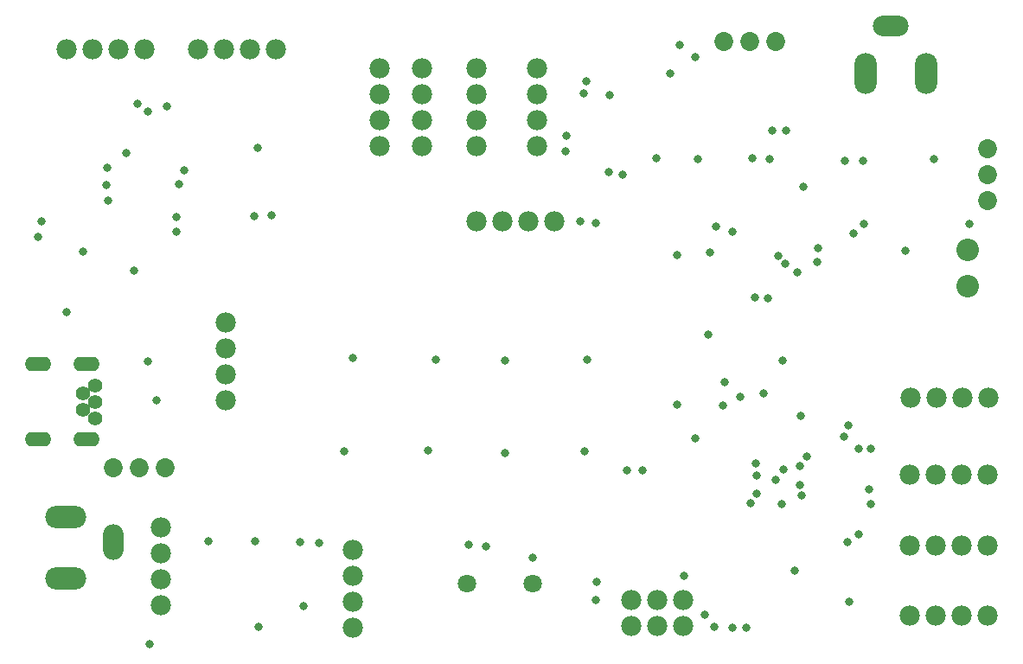
<source format=gbs>
G04*
G04 #@! TF.GenerationSoftware,Altium Limited,Altium Designer,23.1.1 (15)*
G04*
G04 Layer_Color=16711935*
%FSLAX44Y44*%
%MOMM*%
G71*
G04*
G04 #@! TF.SameCoordinates,32E53F4C-9CDF-4151-867A-B185B0D7BA91*
G04*
G04*
G04 #@! TF.FilePolarity,Negative*
G04*
G01*
G75*
%ADD50O,2.6032X1.4032*%
%ADD51C,1.4032*%
%ADD52C,1.9812*%
%ADD53O,2.0032X3.5032*%
%ADD54O,4.0032X2.2032*%
%ADD55C,1.8032*%
%ADD56C,1.8532*%
%ADD57O,2.2032X4.0032*%
%ADD58O,3.5032X2.0032*%
%ADD59C,2.2032*%
%ADD60C,0.8382*%
D50*
X25082Y292470D02*
D03*
X72582D02*
D03*
Y218070D02*
D03*
X25082D02*
D03*
D51*
X81599Y239071D02*
D03*
Y255071D02*
D03*
X69562Y247072D02*
D03*
Y263072D02*
D03*
X81599Y271070D02*
D03*
D52*
X232664Y600202D02*
D03*
X258064D02*
D03*
X181864D02*
D03*
X207264D02*
D03*
X359918Y530860D02*
D03*
Y505460D02*
D03*
Y581660D02*
D03*
Y556260D02*
D03*
X401320D02*
D03*
Y581660D02*
D03*
Y505460D02*
D03*
Y530860D02*
D03*
X454660Y556260D02*
D03*
Y581660D02*
D03*
Y505460D02*
D03*
Y530860D02*
D03*
X513588Y556260D02*
D03*
Y581660D02*
D03*
Y505460D02*
D03*
Y530860D02*
D03*
X104394Y600202D02*
D03*
X129794D02*
D03*
X53594D02*
D03*
X78994D02*
D03*
X334010Y59690D02*
D03*
Y34290D02*
D03*
Y110490D02*
D03*
Y85090D02*
D03*
X505460Y431800D02*
D03*
X530860D02*
D03*
X454660D02*
D03*
X480060D02*
D03*
X146050Y81280D02*
D03*
Y55880D02*
D03*
Y132080D02*
D03*
Y106680D02*
D03*
X904240Y45720D02*
D03*
X878840D02*
D03*
X955040D02*
D03*
X929640D02*
D03*
X905510Y259080D02*
D03*
X880110D02*
D03*
X956310D02*
D03*
X930910D02*
D03*
X209550Y281940D02*
D03*
Y256540D02*
D03*
Y332740D02*
D03*
Y307340D02*
D03*
X657352Y61214D02*
D03*
Y35814D02*
D03*
X631952Y61214D02*
D03*
Y35814D02*
D03*
X606552Y61214D02*
D03*
Y35814D02*
D03*
X904240Y114300D02*
D03*
X878840D02*
D03*
X955040D02*
D03*
X929640D02*
D03*
X904240Y184150D02*
D03*
X878840D02*
D03*
X955040D02*
D03*
X929640D02*
D03*
D53*
X99215Y117494D02*
D03*
D54*
X52715Y82494D02*
D03*
Y142494D02*
D03*
D55*
X510020Y76708D02*
D03*
X445020D02*
D03*
D56*
X955040Y452120D02*
D03*
Y477520D02*
D03*
Y502920D02*
D03*
X99060Y190500D02*
D03*
X124460D02*
D03*
X149860D02*
D03*
X748030Y608330D02*
D03*
X722630D02*
D03*
X697230D02*
D03*
D57*
X835350Y576580D02*
D03*
X895350D02*
D03*
D58*
X860350Y623080D02*
D03*
D59*
X935990Y368580D02*
D03*
Y403580D02*
D03*
D60*
X840740Y154940D02*
D03*
X937260Y429260D02*
D03*
X829310Y209550D02*
D03*
X819150Y232410D02*
D03*
X778410Y201752D02*
D03*
X773430Y163830D02*
D03*
X755650Y189230D02*
D03*
X772160Y241300D02*
D03*
X754380Y295910D02*
D03*
X748030Y179070D02*
D03*
X753988Y155163D02*
D03*
X562610Y568960D02*
D03*
X654050Y604520D02*
D03*
X542290Y500380D02*
D03*
X598170Y477520D02*
D03*
X571500Y430530D02*
D03*
X689610Y426720D02*
D03*
X741680Y492760D02*
D03*
X744220Y520700D02*
D03*
X833120Y491490D02*
D03*
X834390Y429260D02*
D03*
X740410Y356870D02*
D03*
X617220Y187960D02*
D03*
X728980Y182880D02*
D03*
Y165100D02*
D03*
X829310Y125730D02*
D03*
X678180Y46990D02*
D03*
X718820Y34290D02*
D03*
X572770Y78740D02*
D03*
X447040Y115570D02*
D03*
X300990Y116840D02*
D03*
X237490Y436880D02*
D03*
X161290Y421640D02*
D03*
X25400Y416560D02*
D03*
X92710Y467360D02*
D03*
X168148Y481838D02*
D03*
X163830Y468630D02*
D03*
X123190Y547370D02*
D03*
X560578Y206248D02*
D03*
X414782Y296672D02*
D03*
X325374Y206756D02*
D03*
X282194Y117856D02*
D03*
X133350Y539750D02*
D03*
X151337Y544867D02*
D03*
X111760Y499110D02*
D03*
X93345Y483997D02*
D03*
X141351Y256540D02*
D03*
X119380Y383540D02*
D03*
X29210Y431800D02*
D03*
X69850Y402590D02*
D03*
X133350Y294640D02*
D03*
X556260Y431800D02*
D03*
X53340Y342900D02*
D03*
X134366Y18034D02*
D03*
X788527Y391779D02*
D03*
X823976Y420370D02*
D03*
X789432Y405892D02*
D03*
X815086Y491236D02*
D03*
X774954Y465328D02*
D03*
X584708Y555752D02*
D03*
X559816Y557022D02*
D03*
X750570Y398272D02*
D03*
X725170Y493522D02*
D03*
X630428Y493268D02*
D03*
X542544Y515366D02*
D03*
X584200Y480060D02*
D03*
X240284Y504190D02*
D03*
X771398Y173990D02*
D03*
X771219Y192024D02*
D03*
X814832Y221234D02*
D03*
X713232Y260096D02*
D03*
X695960Y251460D02*
D03*
X735422Y263779D02*
D03*
X727456Y357124D02*
D03*
X683324Y401511D02*
D03*
X874395Y403098D02*
D03*
X697738Y274652D02*
D03*
X766064Y90170D02*
D03*
X668782Y219710D02*
D03*
X728218Y194818D02*
D03*
X840994Y209550D02*
D03*
X602234Y187706D02*
D03*
X571500Y60960D02*
D03*
X705612Y34036D02*
D03*
X687324Y35052D02*
D03*
X838962Y169418D02*
D03*
X817880Y117856D02*
D03*
X722884Y155702D02*
D03*
X464312Y113792D02*
D03*
X161036Y436118D02*
D03*
X757428Y520954D02*
D03*
X768604Y382016D02*
D03*
X756782Y390312D02*
D03*
X705104Y421386D02*
D03*
X668528Y592328D02*
D03*
X253746Y437642D02*
D03*
X644144Y576326D02*
D03*
X241300Y35052D02*
D03*
X563118Y296672D02*
D03*
X509778Y102870D02*
D03*
X93726Y452120D02*
D03*
X657860Y84836D02*
D03*
X334010Y298196D02*
D03*
X285496Y55372D02*
D03*
X238252Y118618D02*
D03*
X192278Y118364D02*
D03*
X902970Y492506D02*
D03*
X671576Y492760D02*
D03*
X651256Y398526D02*
D03*
X681990Y320548D02*
D03*
X819658Y58928D02*
D03*
X651002Y252730D02*
D03*
X482346Y204978D02*
D03*
X407416Y207264D02*
D03*
X482600Y295402D02*
D03*
M02*

</source>
